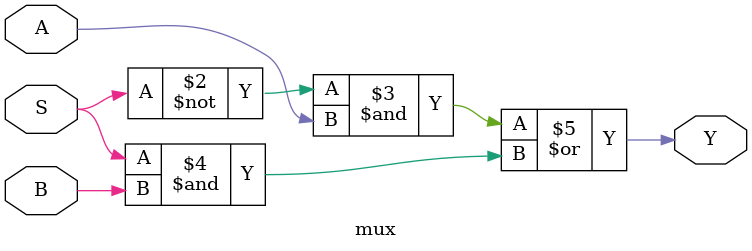
<source format=v>
`timescale 1ns / 1ps


module CARRYSELECT_ADDER(x,y,carry,s,cout);
input [3:0]x,y;
input carry;
output [3:0]s;
output cout;
wire w1,w2,w3,w4,w5,w6,w7,w8,w9,w10,w11,w12,w13,w14,w15,w16;
full_adder fao (x[0],y[0],1'b0,w1,w2);
full_adder fa1 (x[1],y[1],w2,w3,w4);
full_adder fa2 (x[2],y[2],w4,w5,w6);
full_adder fa3 (x[3],y[3],w6,w7,w8);
full_adder fa4 (x[0],y[0],1'b1,w9,w10);
full_adder fa5 (x[1],y[1],w10,w11,w12);
full_adder fa6 (x[2],y[2],w12,w13,w14);
full_adder fa7 (x[3],y[3],w14,w15,w16);
mux mu0(w1,w9,carry,s[0]);
mux mu1(w3,w11,carry,s[1]);
mux mu2(w5,w13,carry,s[2]);
mux mu3(w7,w15,carry,s[3]);
mux mu4(w8,w16,carry,cout);
endmodule

module mux(A,B,S,Y);
input A,B,S;
output reg Y;
always@(A,B,S)
begin
Y=~S&A| S&B;
end
endmodule


</source>
